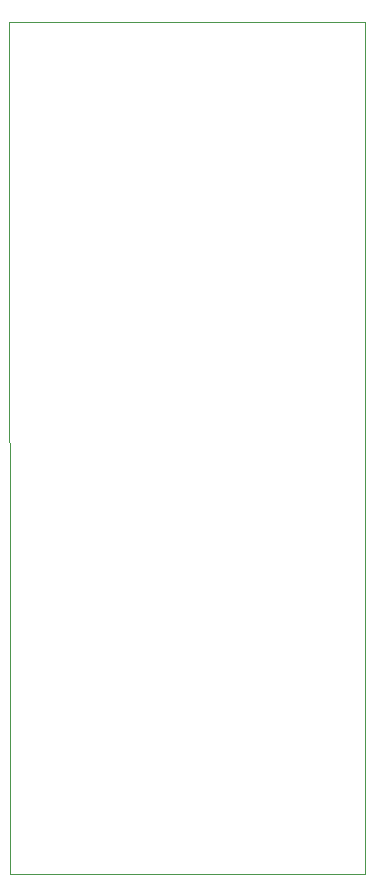
<source format=gm1>
%TF.GenerationSoftware,KiCad,Pcbnew,(5.1.12)-1*%
%TF.CreationDate,2022-08-18T11:29:56-07:00*%
%TF.ProjectId,HighPressureSensorArray,48696768-5072-4657-9373-75726553656e,rev?*%
%TF.SameCoordinates,Original*%
%TF.FileFunction,Profile,NP*%
%FSLAX46Y46*%
G04 Gerber Fmt 4.6, Leading zero omitted, Abs format (unit mm)*
G04 Created by KiCad (PCBNEW (5.1.12)-1) date 2022-08-18 11:29:56*
%MOMM*%
%LPD*%
G01*
G04 APERTURE LIST*
%TA.AperFunction,Profile*%
%ADD10C,0.050000*%
%TD*%
G04 APERTURE END LIST*
D10*
X114400000Y-25300000D02*
X144500000Y-25300000D01*
X114500000Y-96000000D02*
X114400000Y-25300000D01*
X114500000Y-96000000D02*
X114500000Y-97500000D01*
X144500000Y-97500000D02*
X144500000Y-96000000D01*
X114500000Y-97500000D02*
X144500000Y-97500000D01*
X144500000Y-96000000D02*
X144500000Y-25300000D01*
M02*

</source>
